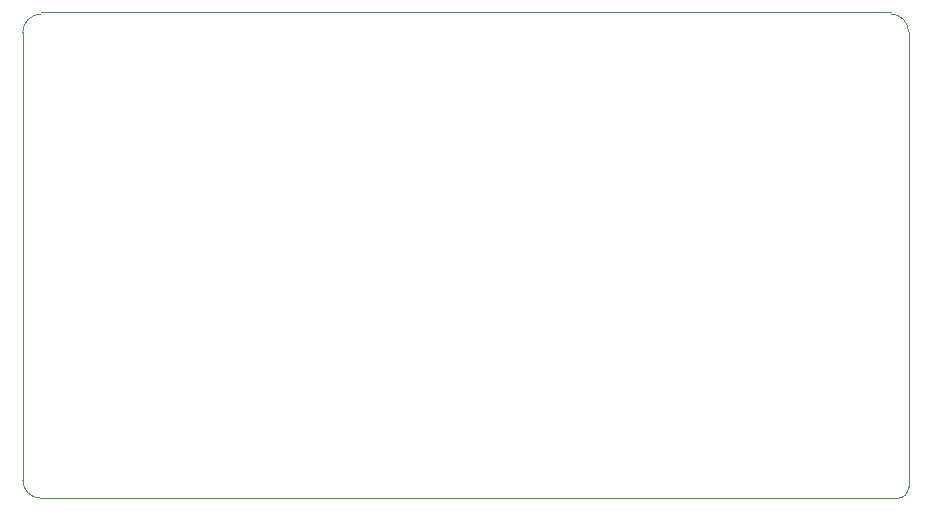
<source format=gm1>
G04 Layer_Color=16711935*
%FSLAX44Y44*%
%MOMM*%
G71*
G01*
G75*
%ADD51C,0.1000*%
D51*
X750000Y394730D02*
G03*
X734726Y410004I-15274J0D01*
G01*
X0Y15240D02*
G03*
X15240Y0I15240J0D01*
G01*
X15590Y410000D02*
G03*
X0Y394410I0J-15590D01*
G01*
X740646Y0D02*
G03*
X750000Y9200I77J9277D01*
G01*
X750000D02*
Y394730D01*
X15748Y411270D02*
X735234D01*
X15240Y0D02*
X740646D01*
X0Y15240D02*
Y394410D01*
M02*

</source>
